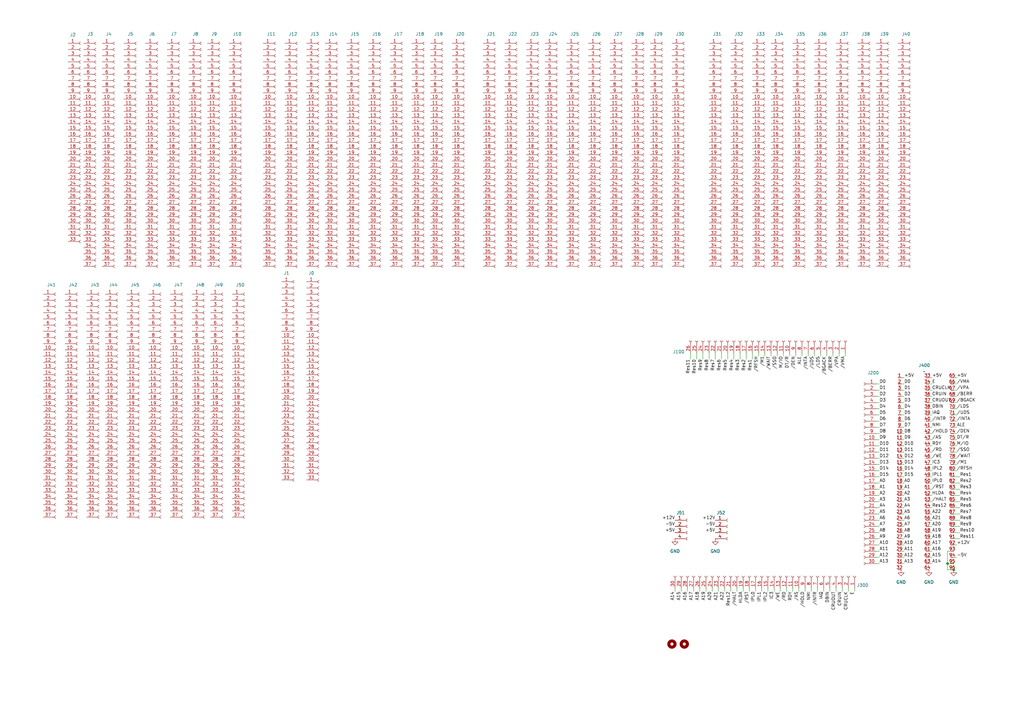
<source format=kicad_sch>
(kicad_sch (version 20250114) (generator "eeschema") (generator_version "9.0")
  (paper "A3")
  (junction (at 391.16 233.68))
  (junction (at 388.62 231.14))
  (wire (pts (xy 360.68 182.88) (xy 359.41 182.88)))
  (wire (pts (xy 370.84 180.34) (xy 369.57 180.34)))
  (wire (pts (xy 370.84 172.72) (xy 369.57 172.72)))
  (wire (pts (xy 370.84 203.2) (xy 369.57 203.2)))
  (wire (pts (xy 382.27 198.12) (xy 381 198.12)))
  (wire (pts (xy 318.77 146.05) (xy 318.77 144.78)))
  (wire (pts (xy 382.27 157.48) (xy 381 157.48)))
  (wire (pts (xy 323.85 146.05) (xy 323.85 144.78)))
  (wire (pts (xy 392.43 180.34) (xy 391.16 180.34)))
  (wire (pts (xy 307.34 242.57) (xy 307.34 241.3)))
  (wire (pts (xy 382.27 172.72) (xy 381 172.72)))
  (wire (pts (xy 382.27 165.1) (xy 381 165.1)))
  (wire (pts (xy 300.99 147.32) (xy 300.99 144.78)))
  (wire (pts (xy 360.68 203.2) (xy 359.41 203.2)))
  (wire (pts (xy 370.84 223.52) (xy 369.57 223.52)))
  (wire (pts (xy 360.68 231.14) (xy 359.41 231.14)))
  (wire (pts (xy 360.68 220.98) (xy 359.41 220.98)))
  (wire (pts (xy 360.68 218.44) (xy 359.41 218.44)))
  (wire (pts (xy 370.84 167.64) (xy 369.57 167.64)))
  (wire (pts (xy 382.27 228.6) (xy 381 228.6)))
  (wire (pts (xy 370.84 160.02) (xy 369.57 160.02)))
  (wire (pts (xy 360.68 165.1) (xy 359.41 165.1)))
  (wire (pts (xy 335.28 242.57) (xy 335.28 241.3)))
  (wire (pts (xy 393.7 218.44) (xy 391.16 218.44)))
  (wire (pts (xy 312.42 242.57) (xy 312.42 241.3)))
  (wire (pts (xy 370.84 175.26) (xy 369.57 175.26)))
  (wire (pts (xy 392.43 162.56) (xy 391.16 162.56)))
  (wire (pts (xy 284.48 242.57) (xy 284.48 241.3)))
  (wire (pts (xy 360.68 175.26) (xy 359.41 175.26)))
  (wire (pts (xy 360.68 213.36) (xy 359.41 213.36)))
  (wire (pts (xy 392.43 190.5) (xy 391.16 190.5)))
  (wire (pts (xy 382.27 170.18) (xy 381 170.18)))
  (wire (pts (xy 341.63 146.05) (xy 341.63 144.78)))
  (wire (pts (xy 339.09 146.05) (xy 339.09 144.78)))
  (wire (pts (xy 393.7 203.2) (xy 391.16 203.2)))
  (wire (pts (xy 360.68 200.66) (xy 359.41 200.66)))
  (wire (pts (xy 393.7 213.36) (xy 391.16 213.36)))
  (wire (pts (xy 294.64 242.57) (xy 294.64 241.3)))
  (wire (pts (xy 326.39 146.05) (xy 326.39 144.78)))
  (wire (pts (xy 370.84 157.48) (xy 369.57 157.48)))
  (wire (pts (xy 392.43 228.6) (xy 391.16 228.6)))
  (wire (pts (xy 382.27 154.94) (xy 381 154.94)))
  (wire (pts (xy 303.53 147.32) (xy 303.53 144.78)))
  (wire (pts (xy 279.4 242.57) (xy 279.4 241.3)))
  (wire (pts (xy 370.84 198.12) (xy 369.57 198.12)))
  (wire (pts (xy 382.27 185.42) (xy 381 185.42)))
  (wire (pts (xy 370.84 177.8) (xy 369.57 177.8)))
  (wire (pts (xy 344.17 146.05) (xy 344.17 144.78)))
  (wire (pts (xy 392.43 167.64) (xy 391.16 167.64)))
  (wire (pts (xy 314.96 242.57) (xy 314.96 241.3)))
  (wire (pts (xy 313.69 146.05) (xy 313.69 144.78)))
  (wire (pts (xy 360.68 167.64) (xy 359.41 167.64)))
  (wire (pts (xy 370.84 165.1) (xy 369.57 165.1)))
  (wire (pts (xy 347.98 242.57) (xy 347.98 241.3)))
  (wire (pts (xy 340.36 242.57) (xy 340.36 241.3)))
  (wire (pts (xy 382.27 177.8) (xy 381 177.8)))
  (wire (pts (xy 382.27 218.44) (xy 381 218.44)))
  (wire (pts (xy 391.16 220.98) (xy 393.7 220.98)))
  (wire (pts (xy 392.43 185.42) (xy 391.16 185.42)))
  (wire (pts (xy 392.43 165.1) (xy 391.16 165.1)))
  (wire (pts (xy 327.66 242.57) (xy 327.66 241.3)))
  (wire (pts (xy 370.84 220.98) (xy 369.57 220.98)))
  (wire (pts (xy 283.21 144.78) (xy 283.21 147.32)))
  (wire (pts (xy 393.7 205.74) (xy 391.16 205.74)))
  (wire (pts (xy 311.15 146.05) (xy 311.15 144.78)))
  (wire (pts (xy 382.27 208.28) (xy 381 208.28)))
  (wire (pts (xy 317.5 242.57) (xy 317.5 241.3)))
  (wire (pts (xy 393.7 200.66) (xy 391.16 200.66)))
  (wire (pts (xy 370.84 213.36) (xy 369.57 213.36)))
  (wire (pts (xy 392.43 177.8) (xy 391.16 177.8)))
  (wire (pts (xy 332.74 242.57) (xy 332.74 241.3)))
  (wire (pts (xy 328.93 146.05) (xy 328.93 144.78)))
  (wire (pts (xy 392.43 170.18) (xy 391.16 170.18)))
  (wire (pts (xy 360.68 190.5) (xy 359.41 190.5)))
  (wire (pts (xy 382.27 193.04) (xy 381 193.04)))
  (wire (pts (xy 382.27 215.9) (xy 381 215.9)))
  (wire (pts (xy 370.84 185.42) (xy 369.57 185.42)))
  (wire (pts (xy 298.45 147.32) (xy 298.45 144.78)))
  (wire (pts (xy 334.01 146.05) (xy 334.01 144.78)))
  (wire (pts (xy 370.84 170.18) (xy 369.57 170.18)))
  (wire (pts (xy 370.84 154.94) (xy 369.57 154.94)))
  (wire (pts (xy 392.43 175.26) (xy 391.16 175.26)))
  (wire (pts (xy 320.04 242.57) (xy 320.04 241.3)))
  (wire (pts (xy 325.12 242.57) (xy 325.12 241.3)))
  (wire (pts (xy 287.02 242.57) (xy 287.02 241.3)))
  (wire (pts (xy 337.82 242.57) (xy 337.82 241.3)))
  (wire (pts (xy 392.43 172.72) (xy 391.16 172.72)))
  (wire (pts (xy 388.62 231.14) (xy 388.62 233.68)))
  (wire (pts (xy 382.27 223.52) (xy 381 223.52)))
  (wire (pts (xy 360.68 226.06) (xy 359.41 226.06)))
  (wire (pts (xy 382.27 213.36) (xy 381 213.36)))
  (wire (pts (xy 370.84 187.96) (xy 369.57 187.96)))
  (wire (pts (xy 382.27 226.06) (xy 381 226.06)))
  (wire (pts (xy 392.43 187.96) (xy 391.16 187.96)))
  (wire (pts (xy 388.62 231.14) (xy 391.16 231.14)))
  (wire (pts (xy 370.84 218.44) (xy 369.57 218.44)))
  (wire (pts (xy 382.27 205.74) (xy 381 205.74)))
  (wire (pts (xy 388.62 226.06) (xy 388.62 231.14)))
  (wire (pts (xy 382.27 220.98) (xy 381 220.98)))
  (wire (pts (xy 293.37 147.32) (xy 293.37 144.78)))
  (wire (pts (xy 392.43 157.48) (xy 391.16 157.48)))
  (wire (pts (xy 382.27 162.56) (xy 381 162.56)))
  (wire (pts (xy 346.71 146.05) (xy 346.71 144.78)))
  (wire (pts (xy 302.26 242.57) (xy 302.26 241.3)))
  (wire (pts (xy 290.83 147.32) (xy 290.83 144.78)))
  (wire (pts (xy 292.1 242.57) (xy 292.1 241.3)))
  (wire (pts (xy 330.2 242.57) (xy 330.2 241.3)))
  (wire (pts (xy 360.68 160.02) (xy 359.41 160.02)))
  (wire (pts (xy 393.7 198.12) (xy 391.16 198.12)))
  (wire (pts (xy 306.07 147.32) (xy 306.07 144.78)))
  (wire (pts (xy 336.55 146.05) (xy 336.55 144.78)))
  (wire (pts (xy 360.68 193.04) (xy 359.41 193.04)))
  (wire (pts (xy 388.62 233.68) (xy 391.16 233.68)))
  (wire (pts (xy 393.7 210.82) (xy 391.16 210.82)))
  (wire (pts (xy 382.27 175.26) (xy 381 175.26)))
  (wire (pts (xy 370.84 162.56) (xy 369.57 162.56)))
  (wire (pts (xy 382.27 167.64) (xy 381 167.64)))
  (wire (pts (xy 382.27 187.96) (xy 381 187.96)))
  (wire (pts (xy 350.52 242.57) (xy 350.52 241.3)))
  (wire (pts (xy 382.27 195.58) (xy 381 195.58)))
  (wire (pts (xy 391.16 226.06) (xy 388.62 226.06)))
  (wire (pts (xy 322.58 242.57) (xy 322.58 241.3)))
  (wire (pts (xy 281.94 242.57) (xy 281.94 241.3)))
  (wire (pts (xy 360.68 162.56) (xy 359.41 162.56)))
  (wire (pts (xy 304.8 242.57) (xy 304.8 241.3)))
  (wire (pts (xy 392.43 154.94) (xy 391.16 154.94)))
  (wire (pts (xy 360.68 210.82) (xy 359.41 210.82)))
  (wire (pts (xy 360.68 208.28) (xy 359.41 208.28)))
  (wire (pts (xy 345.44 242.57) (xy 345.44 241.3)))
  (wire (pts (xy 382.27 231.14) (xy 381 231.14)))
  (wire (pts (xy 393.7 208.28) (xy 391.16 208.28)))
  (wire (pts (xy 393.7 215.9) (xy 391.16 215.9)))
  (wire (pts (xy 370.84 195.58) (xy 369.57 195.58)))
  (wire (pts (xy 360.68 198.12) (xy 359.41 198.12)))
  (wire (pts (xy 297.18 242.57) (xy 297.18 241.3)))
  (wire (pts (xy 370.84 231.14) (xy 369.57 231.14)))
  (wire (pts (xy 370.84 208.28) (xy 369.57 208.28)))
  (wire (pts (xy 289.56 242.57) (xy 289.56 241.3)))
  (wire (pts (xy 360.68 157.48) (xy 359.41 157.48)))
  (wire (pts (xy 308.61 147.32) (xy 308.61 144.78)))
  (wire (pts (xy 360.68 177.8) (xy 359.41 177.8)))
  (wire (pts (xy 382.27 200.66) (xy 381 200.66)))
  (wire (pts (xy 382.27 190.5) (xy 381 190.5)))
  (wire (pts (xy 360.68 180.34) (xy 359.41 180.34)))
  (wire (pts (xy 360.68 205.74) (xy 359.41 205.74)))
  (wire (pts (xy 382.27 182.88) (xy 381 182.88)))
  (wire (pts (xy 393.7 195.58) (xy 391.16 195.58)))
  (wire (pts (xy 299.72 242.57) (xy 299.72 241.3)))
  (wire (pts (xy 382.27 180.34) (xy 381 180.34)))
  (wire (pts (xy 370.84 215.9) (xy 369.57 215.9)))
  (wire (pts (xy 321.31 146.05) (xy 321.31 144.78)))
  (wire (pts (xy 331.47 146.05) (xy 331.47 144.78)))
  (wire (pts (xy 382.27 210.82) (xy 381 210.82)))
  (wire (pts (xy 382.27 203.2) (xy 381 203.2)))
  (wire (pts (xy 392.43 160.02) (xy 391.16 160.02)))
  (wire (pts (xy 342.9 242.57) (xy 342.9 241.3)))
  (wire (pts (xy 295.91 147.32) (xy 295.91 144.78)))
  (wire (pts (xy 392.43 223.52) (xy 391.16 223.52)))
  (wire (pts (xy 392.43 182.88) (xy 391.16 182.88)))
  (wire (pts (xy 288.29 147.32) (xy 288.29 144.78)))
  (wire (pts (xy 382.27 160.02) (xy 381 160.02)))
  (wire (pts (xy 360.68 215.9) (xy 359.41 215.9)))
  (wire (pts (xy 276.86 242.57) (xy 276.86 241.3)))
  (wire (pts (xy 285.75 147.32) (xy 285.75 144.78)))
  (wire (pts (xy 360.68 187.96) (xy 359.41 187.96)))
  (wire (pts (xy 360.68 195.58) (xy 359.41 195.58)))
  (wire (pts (xy 360.68 223.52) (xy 359.41 223.52)))
  (wire (pts (xy 360.68 185.42) (xy 359.41 185.42)))
  (wire (pts (xy 309.88 242.57) (xy 309.88 241.3)))
  (wire (pts (xy 370.84 210.82) (xy 369.57 210.82)))
  (wire (pts (xy 392.43 193.04) (xy 391.16 193.04)))
  (wire (pts (xy 370.84 182.88) (xy 369.57 182.88)))
  (wire (pts (xy 370.84 200.66) (xy 369.57 200.66)))
  (wire (pts (xy 360.68 228.6) (xy 359.41 228.6)))
  (wire (pts (xy 370.84 228.6) (xy 369.57 228.6)))
  (wire (pts (xy 316.23 146.05) (xy 316.23 144.78)))
  (wire (pts (xy 370.84 193.04) (xy 369.57 193.04)))
  (wire (pts (xy 370.84 226.06) (xy 369.57 226.06)))
  (wire (pts (xy 360.68 172.72) (xy 359.41 172.72)))
  (wire (pts (xy 370.84 205.74) (xy 369.57 205.74)))
  (wire (pts (xy 370.84 190.5) (xy 369.57 190.5)))
  (wire (pts (xy 360.68 170.18) (xy 359.41 170.18)))
  (label "A20" (at 382.27 215.9 0))
  (label "D14" (at 360.68 193.04 0))
  (label "{slash}WE" (at 382.27 187.96 0))
  (label "A22" (at 297.18 242.57 270))
  (label "A1" (at 360.68 200.66 0))
  (label "A5" (at 360.68 210.82 0))
  (label "{slash}SSO" (at 318.77 146.05 270))
  (label "E" (at 382.27 157.48 0))
  (label "NMI" (at 332.74 242.57 270))
  (label "IPL2" (at 382.27 193.04 0))
  (label "A15" (at 382.27 228.6 0))
  (label "A0" (at 370.84 198.12 0))
  (label "D4" (at 370.84 167.64 0))
  (label "D2" (at 370.84 162.56 0))
  (label "{slash}DEN" (at 326.39 146.05 270))
  (label "D6" (at 370.84 172.72 0))
  (label "A16" (at 382.27 226.06 0))
  (label "Res5" (at 298.45 147.32 270))
  (label "{slash}RFSH" (at 311.15 146.05 270))
  (label "DT{slash}R" (at 392.43 180.34 0))
  (label "D8" (at 360.68 177.8 0))
  (label "{slash}AS" (at 382.27 180.34 0))
  (label "DBIN" (at 382.27 167.64 0))
  (label "D7" (at 370.84 175.26 0))
  (label "{slash}RFSH" (at 392.43 193.04 0))
  (label "D1" (at 360.68 160.02 0))
  (label "+5V" (at 293.37 218.44 180))
  (label "Res2" (at 393.7 198.12 0))
  (label "D11" (at 370.84 185.42 0))
  (label "+12V" (at 293.37 213.36 180))
  (label "A11" (at 370.84 226.06 0))
  (label "{slash}VMA" (at 346.71 146.05 270))
  (label "-5V" (at 293.37 215.9 180))
  (label "{slash}VMA" (at 392.43 157.48 0))
  (label "A2" (at 360.68 203.2 0))
  (label "A19" (at 382.27 218.44 0))
  (label "{slash}BGACK" (at 339.09 146.05 270))
  (label "Res9" (at 288.29 147.32 270))
  (label "DBIN" (at 340.36 242.57 270))
  (label "A6" (at 370.84 213.36 0))
  (label "E" (at 350.52 242.57 270))
  (label "A22" (at 382.27 210.82 0))
  (label "D13" (at 370.84 190.5 0))
  (label "IPL1" (at 312.42 242.57 270))
  (label "Res1" (at 393.7 195.58 0))
  (label "D5" (at 370.84 170.18 0))
  (label "{slash}HALT" (at 302.26 242.57 270))
  (label "D2" (at 360.68 162.56 0))
  (label "D11" (at 360.68 185.42 0))
  (label "CRUOUT" (at 342.9 242.57 270))
  (label "A14" (at 382.27 231.14 0))
  (label "A3" (at 370.84 205.74 0))
  (label "RDY" (at 382.27 182.88 0))
  (label "IC3" (at 382.27 190.5 0))
  (label "Res6" (at 393.7 208.28 0))
  (label "{slash}WAIT" (at 316.23 146.05 270))
  (label "CRUCLK" (at 382.27 160.02 0))
  (label "{slash}RD" (at 322.58 242.57 270))
  (label "{slash}INTR" (at 382.27 172.72 0))
  (label "A14" (at 276.86 242.57 270))
  (label "{slash}WAIT" (at 392.43 187.96 0))
  (label "M{slash}IO" (at 321.31 146.05 270))
  (label "D0" (at 370.84 157.48 0))
  (label "{slash}SSO" (at 392.43 185.42 0))
  (label "D9" (at 370.84 180.34 0))
  (label "{slash}INTA" (at 392.43 172.72 0))
  (label "{slash}HOLD" (at 382.27 177.8 0))
  (label "D7" (at 360.68 175.26 0))
  (label "{slash}LDS" (at 336.55 146.05 270))
  (label "A21" (at 294.64 242.57 270))
  (label "Res7" (at 393.7 210.82 0))
  (label "D1" (at 370.84 160.02 0))
  (label "A2" (at 370.84 203.2 0))
  (label "Res7" (at 293.37 147.32 270))
  (label "D12" (at 370.84 187.96 0))
  (label "{slash}DEN" (at 392.43 177.8 0))
  (label "A18" (at 382.27 220.98 0))
  (label "{slash}M1" (at 313.69 146.05 270))
  (label "IAQ" (at 382.27 170.18 0))
  (label "{slash}INTR" (at 335.28 242.57 270))
  (label "Res11" (at 393.6811 220.98 0))
  (label "CRUIN" (at 382.27 162.56 0))
  (label "{slash}M1" (at 392.43 190.5 0))
  (label "Res1" (at 308.61 147.32 270))
  (label "A17" (at 284.48 242.57 270))
  (label "CRUCLK" (at 347.98 242.57 270))
  (label "CRUIN" (at 345.44 242.57 270))
  (label "A10" (at 360.68 223.52 0))
  (label "{slash}RD" (at 382.27 185.42 0))
  (label "{slash}UDS" (at 334.01 146.05 270))
  (label "D3" (at 360.68 165.1 0))
  (label "A18" (at 287.02 242.57 270))
  (label "+12V" (at 276.86 213.36 180))
  (label "A12" (at 370.84 228.6 0))
  (label "A8" (at 370.84 218.44 0))
  (label "RDY" (at 325.12 242.57 270))
  (label "+5V" (at 392.43 154.94 0))
  (label "A15" (at 279.4 242.57 270))
  (label "A9" (at 370.84 220.98 0))
  (label "{slash}WE" (at 320.04 242.57 270))
  (label "A5" (at 370.84 210.82 0))
  (label "A4" (at 370.84 208.28 0))
  (label "A9" (at 360.68 220.98 0))
  (label "D15" (at 360.68 195.58 0))
  (label "HLDA" (at 382.27 203.2 0))
  (label "Res10" (at 393.7 218.44 0))
  (label "{slash}BERR" (at 341.63 146.05 270))
  (label "A7" (at 360.68 215.9 0))
  (label "M{slash}IO" (at 392.43 182.88 0))
  (label "CRUOUT" (at 382.27 165.1 0))
  (label "Res11" (at 283.21 147.3011 270))
  (label "A16" (at 281.94 242.57 270))
  (label "Res3" (at 303.53 147.32 270))
  (label "A12" (at 360.68 228.6 0))
  (label "{slash}UDS" (at 392.43 170.18 0))
  (label "A19" (at 289.56 242.57 270))
  (label "IAQ" (at 337.82 242.57 270))
  (label "+5V" (at 382.27 154.94 0))
  (label "DT{slash}R" (at 323.85 146.05 270))
  (label "-5V" (at 392.43 228.6 0))
  (label "{slash}RST" (at 307.34 242.57 270))
  (label "{slash}VPA" (at 392.43 160.02 0))
  (label "IPL0" (at 309.88 242.57 270))
  (label "Res6" (at 295.91 147.32 270))
  (label "D3" (at 370.84 165.1 0))
  (label "D8" (at 370.84 177.8 0))
  (label "{slash}BGACK" (at 392.43 165.1 0))
  (label "A7" (at 370.84 215.9 0))
  (label "Res12" (at 299.72 242.57 270))
  (label "A10" (at 370.84 223.52 0))
  (label "A3" (at 360.68 205.74 0))
  (label "D10" (at 370.84 182.88 0))
  (label "D6" (at 360.68 172.72 0))
  (label "A6" (at 360.68 213.36 0))
  (label "D12" (at 360.68 187.96 0))
  (label "{slash}HALT" (at 382.27 205.74 0))
  (label "A21" (at 382.27 213.36 0))
  (label "{slash}AS" (at 327.66 242.57 270))
  (label "Res12" (at 382.27 208.28 0))
  (label "Res4" (at 300.99 147.32 270))
  (label "Res10" (at 285.75 147.32 270))
  (label "D13" (at 360.68 190.5 0))
  (label "{slash}LDS" (at 392.43 167.64 0))
  (label "D0" (at 360.68 157.48 0))
  (label "{slash}INTA" (at 331.47 146.05 270))
  (label "Res4" (at 393.7 203.2 0))
  (label "HLDA" (at 304.8 242.57 270))
  (label "{slash}HOLD" (at 330.2 242.57 270))
  (label "IPL2" (at 314.96 242.57 270))
  (label "A1" (at 370.84 200.66 0))
  (label "ALE" (at 328.93 146.05 270))
  (label "Res9" (at 393.7 215.9 0))
  (label "A8" (at 360.68 218.44 0))
  (label "D15" (at 370.84 195.58 0))
  (label "D14" (at 370.84 193.04 0))
  (label "+5V" (at 370.84 154.94 0))
  (label "D10" (at 360.68 182.88 0))
  (label "A11" (at 360.68 226.06 0))
  (label "D9" (at 360.68 180.34 0))
  (label "Res8" (at 393.7 213.36 0))
  (label "IPL0" (at 382.27 198.12 0))
  (label "A13" (at 370.84 231.14 0))
  (label "Res3" (at 393.7 200.66 0))
  (label "{slash}BERR" (at 392.43 162.56 0))
  (label "{slash}VPA" (at 344.17 146.05 270))
  (label "NMI" (at 382.27 175.26 0))
  (label "ALE" (at 392.43 175.26 0))
  (label "{slash}RST" (at 382.27 200.66 0))
  (label "A4" (at 360.68 208.28 0))
  (label "D5" (at 360.68 170.18 0))
  (label "-5V" (at 276.86 215.9 180))
  (label "A17" (at 382.27 223.52 0))
  (label "A13" (at 360.68 231.14 0))
  (label "Res8" (at 290.83 147.32 270))
  (label "+12V" (at 392.43 223.52 0))
  (label "+5V" (at 276.86 218.44 180))
  (label "IPL1" (at 382.27 195.58 0))
  (label "Res2" (at 306.07 147.32 270))
  (label "IC3" (at 317.5 242.57 270))
  (label "A0" (at 360.68 198.12 0))
  (label "D4" (at 360.68 167.64 0))
  (label "Res5" (at 393.7 205.74 0))
  (label "A20" (at 292.1 242.57 270))
  (symbol (lib_id "Connector:Conn_01x37_Socket") (at 74.93 166.37 0) (unit 1)
    (property "Reference" "J47" (at 71.374 116.84 0) (effects (justify left)))
    (property "Value" "Conn_01x37_Socket" (effects (hide yes)))
    (property "Footprint" "Connector_PinHeader_2.54mm:PinHeader_1x37_P2.54mm_Vertical" (effects (hide yes)))
    (property "Description" "Generic connector, single row, 01x37, script generated" (effects (hide yes)))
  )
  (symbol (lib_id "Connector:Conn_01x33_Socket") (at 120.65 156.21 0) (unit 1)
    (property "Reference" "J1" (at 116.332 112.014 0) (effects (justify left)))
    (property "Value" "Conn_01x33_Socket" (effects (hide yes)))
    (property "Footprint" "Connector_PinHeader_2.54mm:PinHeader_1x33_P2.54mm_Vertical" (effects (hide yes)))
    (property "Description" "Generic connector, single row, 01x33, script generated" (effects (hide yes)))
  )
  (symbol (lib_id "Connector:Conn_01x37_Socket") (at 66.04 166.37 0) (unit 1)
    (property "Reference" "J46" (at 62.484 116.84 0) (effects (justify left)))
    (property "Value" "Conn_01x37_Socket" (effects (hide yes)))
    (property "Footprint" "Connector_PinHeader_2.54mm:PinHeader_1x37_P2.54mm_Vertical" (effects (hide yes)))
    (property "Description" "Generic connector, single row, 01x37, script generated" (effects (hide yes)))
  )
  (symbol (lib_id "Connector:Conn_01x37_Socket") (at 138.43 63.5 0) (unit 1)
    (property "Reference" "J14" (at 134.874 13.97 0) (effects (justify left)))
    (property "Value" "Conn_01x37_Socket" (effects (hide yes)))
    (property "Footprint" "Connector_PinHeader_2.54mm:PinHeader_1x37_P2.54mm_Vertical" (effects (hide yes)))
    (property "Description" "Generic connector, single row, 01x37, script generated" (effects (hide yes)))
  )
  (symbol (lib_id "Connector:Conn_01x37_Socket") (at 48.26 166.37 0) (unit 1)
    (property "Reference" "J44" (at 44.704 116.84 0) (effects (justify left)))
    (property "Value" "Conn_01x37_Socket" (effects (hide yes)))
    (property "Footprint" "Connector_PinHeader_2.54mm:PinHeader_1x37_P2.54mm_Vertical" (effects (hide yes)))
    (property "Description" "Generic connector, single row, 01x37, script generated" (effects (hide yes)))
  )
  (symbol (lib_id "Connector:Conn_01x37_Socket") (at 57.15 166.37 0) (unit 1)
    (property "Reference" "J45" (at 53.594 116.84 0) (effects (justify left)))
    (property "Value" "Conn_01x37_Socket" (effects (hide yes)))
    (property "Footprint" "Connector_PinHeader_2.54mm:PinHeader_1x37_P2.54mm_Vertical" (effects (hide yes)))
    (property "Description" "Generic connector, single row, 01x37, script generated" (effects (hide yes)))
  )
  (symbol (lib_id "Connector:Conn_01x37_Socket") (at 100.33 166.37 0) (unit 1)
    (property "Reference" "J50" (at 96.774 116.84 0) (effects (justify left)))
    (property "Value" "Conn_01x37_Socket" (effects (hide yes)))
    (property "Footprint" "Connector_PinHeader_2.54mm:PinHeader_1x37_P2.54mm_Vertical" (effects (hide yes)))
    (property "Description" "Generic connector, single row, 01x37, script generated" (effects (hide yes)))
  )
  (symbol (lib_id "Connector:Conn_01x37_Socket") (at 347.98 63.5 0) (unit 1)
    (property "Reference" "J37" (at 344.424 13.97 0) (effects (justify left)))
    (property "Value" "Conn_01x37_Socket" (effects (hide yes)))
    (property "Footprint" "Connector_PinHeader_2.54mm:PinHeader_1x37_P2.54mm_Vertical" (effects (hide yes)))
    (property "Description" "Generic connector, single row, 01x37, script generated" (effects (hide yes)))
  )
  (symbol (lib_id "Connector:Conn_01x37_Socket") (at 228.6 63.5 0) (unit 1)
    (property "Reference" "J24" (at 225.044 13.97 0) (effects (justify left)))
    (property "Value" "Conn_01x37_Socket" (effects (hide yes)))
    (property "Footprint" "Connector_PinHeader_2.54mm:PinHeader_1x37_P2.54mm_Vertical" (effects (hide yes)))
    (property "Description" "Generic connector, single row, 01x37, script generated" (effects (hide yes)))
  )
  (symbol (lib_id "Connector:Conn_01x37_Socket") (at 121.92 63.5 0) (unit 1)
    (property "Reference" "J12" (at 118.364 13.97 0) (effects (justify left)))
    (property "Value" "Conn_01x37_Socket" (effects (hide yes)))
    (property "Footprint" "Connector_PinHeader_2.54mm:PinHeader_1x37_P2.54mm_Vertical" (effects (hide yes)))
    (property "Description" "Generic connector, single row, 01x37, script generated" (effects (hide yes)))
  )
  (symbol (lib_id "Connector:Conn_01x37_Socket") (at 321.31 63.5 0) (unit 1)
    (property "Reference" "J34" (at 317.754 13.97 0) (effects (justify left)))
    (property "Value" "Conn_01x37_Socket" (effects (hide yes)))
    (property "Footprint" "Connector_PinHeader_2.54mm:PinHeader_1x37_P2.54mm_Vertical" (effects (hide yes)))
    (property "Description" "Generic connector, single row, 01x37, script generated" (effects (hide yes)))
  )
  (symbol (lib_id "Connector:Conn_01x37_Socket") (at 82.55 63.5 0) (unit 1)
    (property "Reference" "J8" (at 78.994 13.97 0) (effects (justify left)))
    (property "Value" "Conn_01x37_Socket" (effects (hide yes)))
    (property "Footprint" "Connector_PinHeader_2.54mm:PinHeader_1x37_P2.54mm_Vertical" (effects (hide yes)))
    (property "Description" "Generic connector, single row, 01x37, script generated" (effects (hide yes)))
  )
  (symbol (lib_id "Connector:Conn_01x37_Socket") (at 46.99 63.5 0) (unit 1)
    (property "Reference" "J4" (at 43.434 13.97 0) (effects (justify left)))
    (property "Value" "Conn_01x37_Socket" (effects (hide yes)))
    (property "Footprint" "Connector_PinHeader_2.54mm:PinHeader_1x37_P2.54mm_Vertical" (effects (hide yes)))
    (property "Description" "Generic connector, single row, 01x37, script generated" (effects (hide yes)))
  )
  (symbol (lib_name "ConnEuro96_1") (lib_id "ConnPdSilva:ConnEuro96") (at 379.73 153.67 0) (unit 1)
    (property "Reference" "J400" (at 379.095 149.86 0))
    (property "Value" "~" (at 379.095 152.4 0))
    (property "Footprint" "ConnPdSilva:conn_euro96" (effects (hide yes)))
  )
  (symbol (lib_id "Connector:Conn_01x37_Socket") (at 304.8 63.5 0) (unit 1)
    (property "Reference" "J32" (at 301.244 13.97 0) (effects (justify left)))
    (property "Value" "Conn_01x37_Socket" (effects (hide yes)))
    (property "Footprint" "Connector_PinHeader_2.54mm:PinHeader_1x37_P2.54mm_Vertical" (effects (hide yes)))
    (property "Description" "Generic connector, single row, 01x37, script generated" (effects (hide yes)))
  )
  (symbol (lib_id "Connector:Conn_01x37_Socket") (at 147.32 63.5 0) (unit 1)
    (property "Reference" "J15" (at 143.764 13.97 0) (effects (justify left)))
    (property "Value" "Conn_01x37_Socket" (effects (hide yes)))
    (property "Footprint" "Connector_PinHeader_2.54mm:PinHeader_1x37_P2.54mm_Vertical" (effects (hide yes)))
    (property "Description" "Generic connector, single row, 01x37, script generated" (effects (hide yes)))
  )
  (symbol (lib_id "Connector:Conn_01x37_Socket") (at 91.44 166.37 0) (unit 1)
    (property "Reference" "J49" (at 87.884 116.84 0) (effects (justify left)))
    (property "Value" "Conn_01x37_Socket" (effects (hide yes)))
    (property "Footprint" "Connector_PinHeader_2.54mm:PinHeader_1x37_P2.54mm_Vertical" (effects (hide yes)))
    (property "Description" "Generic connector, single row, 01x37, script generated" (effects (hide yes)))
  )
  (symbol (lib_id "Connector:Conn_01x04_Socket") (at 281.94 215.9 0) (unit 1)
    (property "Reference" "J51" (at 277.368 210.312 0) (effects (justify left)))
    (property "Value" "Conn_01x04_Socket" (effects (hide yes)))
    (property "Footprint" "Connector_PinHeader_2.54mm:PinHeader_1x04_P2.54mm_Vertical" (effects (hide yes)))
    (property "Description" "Generic connector, single row, 01x04, script generated" (effects (hide yes)))
  )
  (symbol (lib_id "Connector:Conn_01x30_Socket") (at 354.33 193.04 0) (mirror y) (unit 1)
    (property "Reference" "J200" (at 358.14 152.908 0))
    (property "Value" "Conn_01x30_Socket" (effects (hide yes)))
    (property "Footprint" "Connector_PinSocket_2.54mm:PinSocket_1x30_P2.54mm_Vertical" (effects (hide yes)))
    (property "Description" "Generic connector, single row, 01x30, script generated" (effects (hide yes)))
  )
  (symbol (lib_id "Connector:Conn_01x37_Socket") (at 264.16 63.5 0) (unit 1)
    (property "Reference" "J28" (at 260.604 13.97 0) (effects (justify left)))
    (property "Value" "Conn_01x37_Socket" (effects (hide yes)))
    (property "Footprint" "Connector_PinHeader_2.54mm:PinHeader_1x37_P2.54mm_Vertical" (effects (hide yes)))
    (property "Description" "Generic connector, single row, 01x37, script generated" (effects (hide yes)))
  )
  (symbol (lib_id "Mechanical:MountingHole") (at 275.59 264.16 0) (unit 1) (in_bom no)
    (property "Reference" "H1" (effects (hide yes)))
    (property "Value" "MountingHole" (effects (hide yes)))
    (property "Footprint" "MountingHole:MountingHole_3.2mm_M3" (effects (hide yes)))
    (property "Description" "Mounting Hole without connection" (effects (hide yes)))
  )
  (symbol (lib_id "Connector:Conn_01x37_Socket") (at 212.09 63.5 0) (unit 1)
    (property "Reference" "J22" (at 208.534 13.97 0) (effects (justify left)))
    (property "Value" "Conn_01x37_Socket" (effects (hide yes)))
    (property "Footprint" "Connector_PinHeader_2.54mm:PinHeader_1x37_P2.54mm_Vertical" (effects (hide yes)))
    (property "Description" "Generic connector, single row, 01x37, script generated" (effects (hide yes)))
  )
  (symbol (lib_id "Connector:Conn_01x37_Socket") (at 40.64 166.37 0) (unit 1)
    (property "Reference" "J43" (at 37.084 116.84 0) (effects (justify left)))
    (property "Value" "Conn_01x37_Socket" (effects (hide yes)))
    (property "Footprint" "Connector_PinHeader_2.54mm:PinHeader_1x37_P2.54mm_Vertical" (effects (hide yes)))
    (property "Description" "Generic connector, single row, 01x37, script generated" (effects (hide yes)))
  )
  (symbol (lib_id "Connector:Conn_01x37_Socket") (at 64.77 63.5 0) (unit 1)
    (property "Reference" "J6" (at 61.214 13.97 0) (effects (justify left)))
    (property "Value" "Conn_01x37_Socket" (effects (hide yes)))
    (property "Footprint" "Connector_PinHeader_2.54mm:PinHeader_1x37_P2.54mm_Vertical" (effects (hide yes)))
    (property "Description" "Generic connector, single row, 01x37, script generated" (effects (hide yes)))
  )
  (symbol (lib_id "power:GND") (at 391.16 233.68 0) (unit 1)
    (property "Reference" "#PWR03" (effects (hide yes)))
    (property "Value" "GND" (at 391.16 238.76 0))
    (property "Description" "Power symbol creates a global label with name \"GND\" , ground" (effects (hide yes)))
  )
  (symbol (lib_id "power:GND") (at 276.86 220.98 0) (unit 1)
    (property "Reference" "#PWR04" (effects (hide yes)))
    (property "Value" "GND" (at 276.86 226.06 0))
    (property "Description" "Power symbol creates a global label with name \"GND\" , ground" (effects (hide yes)))
  )
  (symbol (lib_id "Connector:Conn_01x33_Socket") (at 33.02 58.42 0) (unit 1)
    (property "Reference" "J2" (at 28.702 14.224 0) (effects (justify left)))
    (property "Value" "Conn_01x33_Socket" (effects (hide yes)))
    (property "Footprint" "Connector_PinHeader_2.54mm:PinHeader_1x33_P2.54mm_Vertical" (effects (hide yes)))
    (property "Description" "Generic connector, single row, 01x33, script generated" (effects (hide yes)))
  )
  (symbol (lib_id "Connector:Conn_01x37_Socket") (at 99.06 63.5 0) (unit 1)
    (property "Reference" "J10" (at 95.504 13.97 0) (effects (justify left)))
    (property "Value" "Conn_01x37_Socket" (effects (hide yes)))
    (property "Footprint" "Connector_PinHeader_2.54mm:PinHeader_1x37_P2.54mm_Vertical" (effects (hide yes)))
    (property "Description" "Generic connector, single row, 01x37, script generated" (effects (hide yes)))
  )
  (symbol (lib_id "Connector:Conn_01x37_Socket") (at 220.98 63.5 0) (unit 1)
    (property "Reference" "J23" (at 217.424 13.97 0) (effects (justify left)))
    (property "Value" "Conn_01x37_Socket" (effects (hide yes)))
    (property "Footprint" "Connector_PinHeader_2.54mm:PinHeader_1x37_P2.54mm_Vertical" (effects (hide yes)))
    (property "Description" "Generic connector, single row, 01x37, script generated" (effects (hide yes)))
  )
  (symbol (lib_id "Connector:Conn_01x37_Socket") (at 156.21 63.5 0) (unit 1)
    (property "Reference" "J16" (at 152.654 13.97 0) (effects (justify left)))
    (property "Value" "Conn_01x37_Socket" (effects (hide yes)))
    (property "Footprint" "Connector_PinHeader_2.54mm:PinHeader_1x37_P2.54mm_Vertical" (effects (hide yes)))
    (property "Description" "Generic connector, single row, 01x37, script generated" (effects (hide yes)))
  )
  (symbol (lib_id "Connector:Conn_01x26_Socket") (at 316.23 139.7 270) (mirror x) (unit 1)
    (property "Reference" "J100" (at 278.384 144.272 90))
    (property "Value" "Conn_01x26_Socket" (effects (hide yes)))
    (property "Footprint" "Connector_PinSocket_2.54mm:PinSocket_1x26_P2.54mm_Vertical" (effects (hide yes)))
    (property "Description" "Generic connector, single row, 01x26, script generated" (effects (hide yes)))
  )
  (symbol (lib_id "Connector:Conn_01x37_Socket") (at 90.17 63.5 0) (unit 1)
    (property "Reference" "J9" (at 86.614 13.97 0) (effects (justify left)))
    (property "Value" "Conn_01x37_Socket" (effects (hide yes)))
    (property "Footprint" "Connector_PinHeader_2.54mm:PinHeader_1x37_P2.54mm_Vertical" (effects (hide yes)))
    (property "Description" "Generic connector, single row, 01x37, script generated" (effects (hide yes)))
  )
  (symbol (lib_id "Connector:Conn_01x37_Socket") (at 130.81 63.5 0) (unit 1)
    (property "Reference" "J13" (at 127.254 13.97 0) (effects (justify left)))
    (property "Value" "Conn_01x37_Socket" (effects (hide yes)))
    (property "Footprint" "Connector_PinHeader_2.54mm:PinHeader_1x37_P2.54mm_Vertical" (effects (hide yes)))
    (property "Description" "Generic connector, single row, 01x37, script generated" (effects (hide yes)))
  )
  (symbol (lib_id "Connector:Conn_01x37_Socket") (at 237.49 63.5 0) (unit 1)
    (property "Reference" "J25" (at 233.934 13.97 0) (effects (justify left)))
    (property "Value" "Conn_01x37_Socket" (effects (hide yes)))
    (property "Footprint" "Connector_PinHeader_2.54mm:PinHeader_1x37_P2.54mm_Vertical" (effects (hide yes)))
    (property "Description" "Generic connector, single row, 01x37, script generated" (effects (hide yes)))
  )
  (symbol (lib_id "Connector:Conn_01x37_Socket") (at 39.37 63.5 0) (unit 1)
    (property "Reference" "J3" (at 35.814 13.97 0) (effects (justify left)))
    (property "Value" "Conn_01x37_Socket" (effects (hide yes)))
    (property "Footprint" "Connector_PinHeader_2.54mm:PinHeader_1x37_P2.54mm_Vertical" (effects (hide yes)))
    (property "Description" "Generic connector, single row, 01x37, script generated" (effects (hide yes)))
  )
  (symbol (lib_id "Connector:Conn_01x04_Socket") (at 298.45 215.9 0) (unit 1)
    (property "Reference" "J52" (at 293.878 210.312 0) (effects (justify left)))
    (property "Value" "Conn_01x04_Socket" (effects (hide yes)))
    (property "Footprint" "Connector_PinHeader_2.54mm:PinHeader_1x04_P2.54mm_Vertical" (effects (hide yes)))
    (property "Description" "Generic connector, single row, 01x04, script generated" (effects (hide yes)))
  )
  (symbol (lib_id "Connector:Conn_01x37_Socket") (at 255.27 63.5 0) (unit 1)
    (property "Reference" "J27" (at 251.714 13.97 0) (effects (justify left)))
    (property "Value" "Conn_01x37_Socket" (effects (hide yes)))
    (property "Footprint" "Connector_PinHeader_2.54mm:PinHeader_1x37_P2.54mm_Vertical" (effects (hide yes)))
    (property "Description" "Generic connector, single row, 01x37, script generated" (effects (hide yes)))
  )
  (symbol (lib_id "Connector:Conn_01x37_Socket") (at 73.66 63.5 0) (unit 1)
    (property "Reference" "J7" (at 70.104 13.97 0) (effects (justify left)))
    (property "Value" "Conn_01x37_Socket" (effects (hide yes)))
    (property "Footprint" "Connector_PinHeader_2.54mm:PinHeader_1x37_P2.54mm_Vertical" (effects (hide yes)))
    (property "Description" "Generic connector, single row, 01x37, script generated" (effects (hide yes)))
  )
  (symbol (lib_id "Connector:Conn_01x37_Socket") (at 330.2 63.5 0) (unit 1)
    (property "Reference" "J35" (at 326.644 13.97 0) (effects (justify left)))
    (property "Value" "Conn_01x37_Socket" (effects (hide yes)))
    (property "Footprint" "Connector_PinHeader_2.54mm:PinHeader_1x37_P2.54mm_Vertical" (effects (hide yes)))
    (property "Description" "Generic connector, single row, 01x37, script generated" (effects (hide yes)))
  )
  (symbol (lib_id "Connector:Conn_01x37_Socket") (at 113.03 63.5 0) (unit 1)
    (property "Reference" "J11" (at 109.474 13.97 0) (effects (justify left)))
    (property "Value" "Conn_01x37_Socket" (effects (hide yes)))
    (property "Footprint" "Connector_PinHeader_2.54mm:PinHeader_1x37_P2.54mm_Vertical" (effects (hide yes)))
    (property "Description" "Generic connector, single row, 01x37, script generated" (effects (hide yes)))
  )
  (symbol (lib_id "Connector:Conn_01x33_Socket") (at 130.81 156.21 0) (unit 1)
    (property "Reference" "J0" (at 126.492 112.014 0) (effects (justify left)))
    (property "Value" "Conn_01x33_Socket" (effects (hide yes)))
    (property "Footprint" "Connector_PinHeader_2.54mm:PinHeader_1x33_P2.54mm_Vertical" (effects (hide yes)))
    (property "Description" "Generic connector, single row, 01x33, script generated" (effects (hide yes)))
  )
  (symbol (lib_id "Connector:Conn_01x37_Socket") (at 356.87 63.5 0) (unit 1)
    (property "Reference" "J38" (at 353.314 13.97 0) (effects (justify left)))
    (property "Value" "Conn_01x37_Socket" (effects (hide yes)))
    (property "Footprint" "Connector_PinHeader_2.54mm:PinHeader_1x37_P2.54mm_Vertical" (effects (hide yes)))
    (property "Description" "Generic connector, single row, 01x37, script generated" (effects (hide yes)))
  )
  (symbol (lib_id "Connector:Conn_01x37_Socket") (at 271.78 63.5 0) (unit 1)
    (property "Reference" "J29" (at 268.224 13.97 0) (effects (justify left)))
    (property "Value" "Conn_01x37_Socket" (effects (hide yes)))
    (property "Footprint" "Connector_PinHeader_2.54mm:PinHeader_1x37_P2.54mm_Vertical" (effects (hide yes)))
    (property "Description" "Generic connector, single row, 01x37, script generated" (effects (hide yes)))
  )
  (symbol (lib_id "Connector:Conn_01x37_Socket") (at 31.75 166.37 0) (unit 1)
    (property "Reference" "J42" (at 28.194 116.84 0) (effects (justify left)))
    (property "Value" "Conn_01x37_Socket" (effects (hide yes)))
    (property "Footprint" "Connector_PinHeader_2.54mm:PinHeader_1x37_P2.54mm_Vertical" (effects (hide yes)))
    (property "Description" "Generic connector, single row, 01x37, script generated" (effects (hide yes)))
  )
  (symbol (lib_id "Connector:Conn_01x37_Socket") (at 280.67 63.5 0) (unit 1)
    (property "Reference" "J30" (at 277.114 13.97 0) (effects (justify left)))
    (property "Value" "Conn_01x37_Socket" (effects (hide yes)))
    (property "Footprint" "Connector_PinHeader_2.54mm:PinHeader_1x37_P2.54mm_Vertical" (effects (hide yes)))
    (property "Description" "Generic connector, single row, 01x37, script generated" (effects (hide yes)))
  )
  (symbol (lib_id "Connector:Conn_01x37_Socket") (at 165.1 63.5 0) (unit 1)
    (property "Reference" "J17" (at 161.544 13.97 0) (effects (justify left)))
    (property "Value" "Conn_01x37_Socket" (effects (hide yes)))
    (property "Footprint" "Connector_PinHeader_2.54mm:PinHeader_1x37_P2.54mm_Vertical" (effects (hide yes)))
    (property "Description" "Generic connector, single row, 01x37, script generated" (effects (hide yes)))
  )
  (symbol (lib_id "Connector:Conn_01x37_Socket") (at 190.5 63.5 0) (unit 1)
    (property "Reference" "J20" (at 186.944 13.97 0) (effects (justify left)))
    (property "Value" "Conn_01x37_Socket" (effects (hide yes)))
    (property "Footprint" "Connector_PinHeader_2.54mm:PinHeader_1x37_P2.54mm_Vertical" (effects (hide yes)))
    (property "Description" "Generic connector, single row, 01x37, script generated" (effects (hide yes)))
  )
  (symbol (lib_id "Connector:Conn_01x30_Socket") (at 314.96 236.22 270) (mirror x) (unit 1)
    (property "Reference" "J300" (at 353.822 240.03 90))
    (property "Value" "Conn_01x30_Socket" (effects (hide yes)))
    (property "Footprint" "Connector_PinSocket_2.54mm:PinSocket_1x30_P2.54mm_Vertical" (effects (hide yes)))
    (property "Description" "Generic connector, single row, 01x30, script generated" (effects (hide yes)))
  )
  (symbol (lib_id "power:GND") (at 381 233.68 0) (unit 1)
    (property "Reference" "#PWR02" (effects (hide yes)))
    (property "Value" "GND" (at 381 238.76 0))
    (property "Description" "Power symbol creates a global label with name \"GND\" , ground" (effects (hide yes)))
  )
  (symbol (lib_id "Connector:Conn_01x37_Socket") (at 55.88 63.5 0) (unit 1)
    (property "Reference" "J5" (at 52.324 13.97 0) (effects (justify left)))
    (property "Value" "Conn_01x37_Socket" (effects (hide yes)))
    (property "Footprint" "Connector_PinHeader_2.54mm:PinHeader_1x37_P2.54mm_Vertical" (effects (hide yes)))
    (property "Description" "Generic connector, single row, 01x37, script generated" (effects (hide yes)))
  )
  (symbol (lib_id "Connector:Conn_01x37_Socket") (at 313.69 63.5 0) (unit 1)
    (property "Reference" "J33" (at 310.134 13.97 0) (effects (justify left)))
    (property "Value" "Conn_01x37_Socket" (effects (hide yes)))
    (property "Footprint" "Connector_PinHeader_2.54mm:PinHeader_1x37_P2.54mm_Vertical" (effects (hide yes)))
    (property "Description" "Generic connector, single row, 01x37, script generated" (effects (hide yes)))
  )
  (symbol (lib_id "Connector:Conn_01x37_Socket") (at 364.49 63.5 0) (unit 1)
    (property "Reference" "J39" (at 360.934 13.97 0) (effects (justify left)))
    (property "Value" "Conn_01x37_Socket" (effects (hide yes)))
    (property "Footprint" "Connector_PinHeader_2.54mm:PinHeader_1x37_P2.54mm_Vertical" (effects (hide yes)))
    (property "Description" "Generic connector, single row, 01x37, script generated" (effects (hide yes)))
  )
  (symbol (lib_id "Connector:Conn_01x37_Socket") (at 339.09 63.5 0) (unit 1)
    (property "Reference" "J36" (at 335.534 13.97 0) (effects (justify left)))
    (property "Value" "Conn_01x37_Socket" (effects (hide yes)))
    (property "Footprint" "Connector_PinHeader_2.54mm:PinHeader_1x37_P2.54mm_Vertical" (effects (hide yes)))
    (property "Description" "Generic connector, single row, 01x37, script generated" (effects (hide yes)))
  )
  (symbol (lib_id "Connector:Conn_01x37_Socket") (at 181.61 63.5 0) (unit 1)
    (property "Reference" "J19" (at 178.054 13.97 0) (effects (justify left)))
    (property "Value" "Conn_01x37_Socket" (effects (hide yes)))
    (property "Footprint" "Connector_PinHeader_2.54mm:PinHeader_1x37_P2.54mm_Vertical" (effects (hide yes)))
    (property "Description" "Generic connector, single row, 01x37, script generated" (effects (hide yes)))
  )
  (symbol (lib_id "Connector:Conn_01x37_Socket") (at 173.99 63.5 0) (unit 1)
    (property "Reference" "J18" (at 170.434 13.97 0) (effects (justify left)))
    (property "Value" "Conn_01x37_Socket" (effects (hide yes)))
    (property "Footprint" "Connector_PinHeader_2.54mm:PinHeader_1x37_P2.54mm_Vertical" (effects (hide yes)))
    (property "Description" "Generic connector, single row, 01x37, script generated" (effects (hide yes)))
  )
  (symbol (lib_id "power:GND") (at 369.57 233.68 0) (unit 1)
    (property "Reference" "#PWR01" (effects (hide yes)))
    (property "Value" "GND" (at 369.57 238.76 0))
    (property "Description" "Power symbol creates a global label with name \"GND\" , ground" (effects (hide yes)))
  )
  (symbol (lib_id "Connector:Conn_01x37_Socket") (at 203.2 63.5 0) (unit 1)
    (property "Reference" "J21" (at 199.644 13.97 0) (effects (justify left)))
    (property "Value" "Conn_01x37_Socket" (effects (hide yes)))
    (property "Footprint" "Connector_PinHeader_2.54mm:PinHeader_1x37_P2.54mm_Vertical" (effects (hide yes)))
    (property "Description" "Generic connector, single row, 01x37, script generated" (effects (hide yes)))
  )
  (symbol (lib_id "Connector:Conn_01x37_Socket") (at 22.86 166.37 0) (unit 1)
    (property "Reference" "J41" (at 19.304 116.84 0) (effects (justify left)))
    (property "Value" "Conn_01x37_Socket" (effects (hide yes)))
    (property "Footprint" "Connector_PinHeader_2.54mm:PinHeader_1x37_P2.54mm_Vertical" (effects (hide yes)))
    (property "Description" "Generic connector, single row, 01x37, script generated" (effects (hide yes)))
  )
  (symbol (lib_id "power:GND") (at 293.37 220.98 0) (unit 1)
    (property "Reference" "#PWR05" (effects (hide yes)))
    (property "Value" "GND" (at 293.37 226.06 0))
    (property "Description" "Power symbol creates a global label with name \"GND\" , ground" (effects (hide yes)))
  )
  (symbol (lib_id "Connector:Conn_01x37_Socket") (at 83.82 166.37 0) (unit 1)
    (property "Reference" "J48" (at 80.264 116.84 0) (effects (justify left)))
    (property "Value" "Conn_01x37_Socket" (effects (hide yes)))
    (property "Footprint" "Connector_PinHeader_2.54mm:PinHeader_1x37_P2.54mm_Vertical" (effects (hide yes)))
    (property "Description" "Generic connector, single row, 01x37, script generated" (effects (hide yes)))
  )
  (symbol (lib_id "Mechanical:MountingHole") (at 280.67 264.16 0) (unit 1) (in_bom no)
    (property "Reference" "H2" (effects (hide yes)))
    (property "Value" "MountingHole" (effects (hide yes)))
    (property "Footprint" "MountingHole:MountingHole_3.2mm_M3" (effects (hide yes)))
    (property "Description" "Mounting Hole without connection" (effects (hide yes)))
  )
  (symbol (lib_id "Connector:Conn_01x37_Socket") (at 246.38 63.5 0) (unit 1)
    (property "Reference" "J26" (at 242.824 13.97 0) (effects (justify left)))
    (property "Value" "Conn_01x37_Socket" (effects (hide yes)))
    (property "Footprint" "Connector_PinHeader_2.54mm:PinHeader_1x37_P2.54mm_Vertical" (effects (hide yes)))
    (property "Description" "Generic connector, single row, 01x37, script generated" (effects (hide yes)))
  )
  (symbol (lib_id "Connector:Conn_01x37_Socket") (at 295.91 63.5 0) (unit 1)
    (property "Reference" "J31" (at 292.354 13.97 0) (effects (justify left)))
    (property "Value" "Conn_01x37_Socket" (effects (hide yes)))
    (property "Footprint" "Connector_PinHeader_2.54mm:PinHeader_1x37_P2.54mm_Vertical" (effects (hide yes)))
    (property "Description" "Generic connector, single row, 01x37, script generated" (effects (hide yes)))
  )
  (symbol (lib_id "Connector:Conn_01x37_Socket") (at 373.38 63.5 0) (unit 1)
    (property "Reference" "J40" (at 369.824 13.97 0) (effects (justify left)))
    (property "Value" "Conn_01x37_Socket" (effects (hide yes)))
    (property "Footprint" "Connector_PinHeader_2.54mm:PinHeader_1x37_P2.54mm_Vertical" (effects (hide yes)))
    (property "Description" "Generic connector, single row, 01x37, script generated" (effects (hide yes)))
  )
)
</source>
